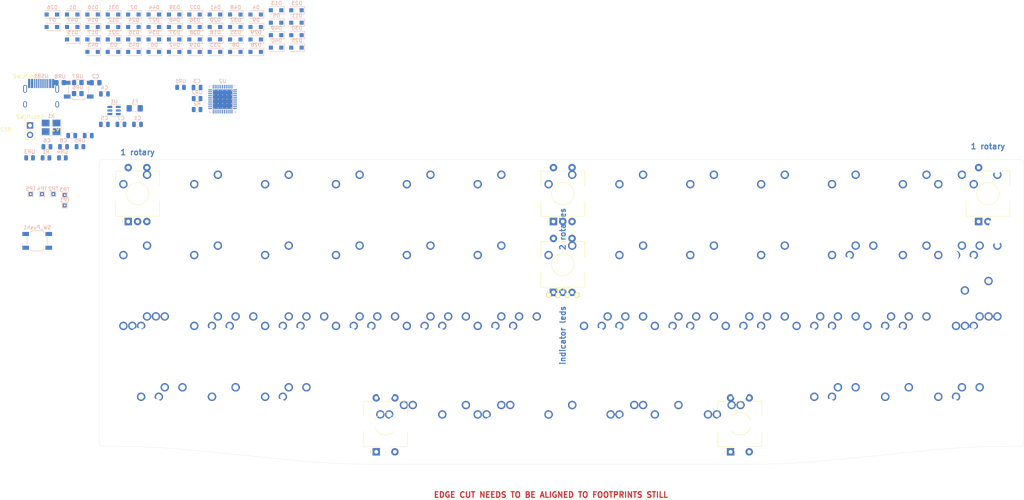
<source format=kicad_pcb>
(kicad_pcb (version 20211014) (generator pcbnew)
  (layers (0 "F.Cu" signal) (31 "B.Cu" signal) (34 "B.Paste" user) (35 "F.Paste" user) (36 "B.SilkS" user "B.Silkscreen") (37 "F.SilkS" user "F.Silkscreen") (38 "B.Mask" user) (39 "F.Mask" user) (44 "Edge.Cuts" user))
  (net 0 "")
  (net 1 "GND")
  (net 2 "Net-(C1-Pad2)")
  (net 3 "+5V")
  (net 4 "Net-(C2-Pad2)")
  (net 5 "Net-(C3-Pad1)")
  (net 6 "XTAL1")
  (net 7 "XTAL2")
  (net 8 "ROW0")
  (net 9 "R_row1")
  (net 10 "ROW1")
  (net 11 "Net-(D2-Pad2)")
  (net 12 "ROW2")
  (net 13 "Net-(D3-Pad2)")
  (net 14 "ROW3")
  (net 15 "Net-(D4-Pad2)")
  (net 16 "Net-(D5-Pad2)")
  (net 17 "Net-(D6-Pad2)")
  (net 18 "Net-(D7-Pad2)")
  (net 19 "Net-(D8-Pad2)")
  (net 20 "Net-(D9-Pad2)")
  (net 21 "Net-(D10-Pad2)")
  (net 22 "Net-(D11-Pad2)")
  (net 23 "Net-(D12-Pad2)")
  (net 24 "Net-(D13-Pad2)")
  (net 25 "Net-(D14-Pad2)")
  (net 26 "Net-(D15-Pad2)")
  (net 27 "Net-(D16-Pad2)")
  (net 28 "Net-(D17-Pad2)")
  (net 29 "Net-(D18-Pad2)")
  (net 30 "R_row5")
  (net 31 "Net-(D20-Pad2)")
  (net 32 "Net-(D21-Pad2)")
  (net 33 "Net-(D22-Pad2)")
  (net 34 "Net-(D23-Pad2)")
  (net 35 "Net-(D24-Pad2)")
  (net 36 "R_row3")
  (net 37 "R_row4")
  (net 38 "Net-(D27-Pad2)")
  (net 39 "Net-(D28-Pad2)")
  (net 40 "Net-(D29-Pad2)")
  (net 41 "Net-(D30-Pad2)")
  (net 42 "Net-(D31-Pad2)")
  (net 43 "Net-(D32-Pad2)")
  (net 44 "Net-(D33-Pad2)")
  (net 45 "R_row6")
  (net 46 "Net-(D35-Pad2)")
  (net 47 "Net-(D36-Pad2)")
  (net 48 "Net-(D37-Pad2)")
  (net 49 "Net-(D38-Pad2)")
  (net 50 "Net-(D39-Pad2)")
  (net 51 "Net-(D40-Pad2)")
  (net 52 "Net-(D41-Pad2)")
  (net 53 "Net-(D42-Pad2)")
  (net 54 "Net-(D43-Pad2)")
  (net 55 "Net-(D44-Pad2)")
  (net 56 "Net-(D45-Pad2)")
  (net 57 "R_row2")
  (net 58 "Net-(D47-Pad2)")
  (net 59 "Net-(D48-Pad2)")
  (net 60 "Net-(D49-Pad2)")
  (net 61 "VCC")
  (net 62 "SDA")
  (net 63 "SCL")
  (net 64 "RST")
  (net 65 "Net-(R2-Pad2)")
  (net 66 "COL0")
  (net 67 "COL1")
  (net 68 "COL2")
  (net 69 "COL3")
  (net 70 "COL4")
  (net 71 "COL5")
  (net 72 "R_col3")
  (net 73 "COL6")
  (net 74 "COL7")
  (net 75 "COL8")
  (net 76 "COL9")
  (net 77 "COL11")
  (net 78 "COL12")
  (net 79 "R_col4")
  (net 85 "PD5")
  (net 86 "PD2")
  (net 87 "D-")
  (net 90 "D+")
  (net 92 "Net-(U2-Pad3)")
  (net 93 "Net-(U2-Pad4)")
  (net 119 "Net-(UR4-Pad1)")
  (net 120 "Net-(UR5-Pad1)")
  (footprint "MX_Only:MXOnly-1U-NoLED" (layer "F.Cu") (at 90.4875 96.8375)
    (fp_text reference "SW30(ortho)1")
    (fp_text value "SW_Push_45deg")
  )
  (footprint "MX_Only:MXOnly-1U-NoLED" (layer "F.Cu") (at 242.8875 58.7375)
    (fp_text reference "SW12")
    (fp_text value "SW_Push_45deg")
  )
  (footprint "MX_Only:MXOnly-1.5U-NoLED" (layer "F.Cu") (at 257.175 77.7875)
    (fp_text reference "SW25(1.5)1")
    (fp_text value "SW_Push_45deg")
  )
  (footprint "MX_Only:MXOnly-1U-NoLED" (layer "F.Cu") (at 109.5375 96.8375)
    (fp_text reference "SW31(ortho)1")
    (fp_text value "SW_Push_45deg")
  )
  (footprint "MX_Only:MXOnly-1.75U-NoLED" (layer "F.Cu") (at 130.982566 120.635521)
    (fp_text reference "SW43(1.75)1")
    (fp_text value "SW_Push_45deg")
  )
  (footprint "MX_Only:MXOnly-1U-NoLED" (layer "F.Cu") (at 238.125 115.8875)
    (fp_text reference "SW48")
    (fp_text value "SW_Push_45deg")
  )
  (footprint "MX_Only:MXOnly-1U-NoLED" (layer "F.Cu") (at 157.1625 96.8375)
    (fp_text reference "SW33(1.5stagger)1")
    (fp_text value "SW_Push_45deg")
  )
  (footprint "Keebio-Parts:RotaryEncoder_EC11-no-legs" (layer "F.Cu") (at 147.6375 58.7375 90)
    (fp_text reference "SW_rotary3")
    (fp_text value "RotaryEncoder_Switch")
  )
  (footprint "MX_Only:MXOnly-3U-ReversedStabilizers-NoLED" (layer "F.Cu") (at 119.0625 120.65)
    (fp_text reference "SW42(3)1")
    (fp_text value "SW_Push_45deg")
  )
  (footprint "MX_Only:MXOnly-1U-NoLED" (layer "F.Cu") (at 128.5875 96.8375)
    (fp_text reference "SW32(ortho)1")
    (fp_text value "SW_Push_45deg")
  )
  (footprint "MX_Only:MXOnly-1U-NoLED" (layer "F.Cu") (at 176.2125 96.8375)
    (fp_text reference "SW34(1.5stagger)1")
    (fp_text value "SW_Push_45deg")
  )
  (footprint "MX_Only:MXOnly-1U-NoLED" (layer "F.Cu") (at 166.6875 77.7875)
    (fp_text reference "SW21")
    (fp_text value "SW_Push_45deg")
  )
  (footprint "MX_Only:MXOnly-1U-NoLED" (layer "F.Cu") (at 57.15 96.8375)
    (fp_text reference "SW28")
    (fp_text value "SW_Push_45deg")
  )
  (footprint "MX_Only:MXOnly-1U-NoLED" (layer "F.Cu") (at 166.6875 58.7375)
    (fp_text reference "SW8")
    (fp_text value "SW_Push_45deg")
  )
  (footprint "MX_Only:MXOnly-1U-NoLED" (layer "F.Cu") (at 61.9125 96.8375)
    (fp_text reference "SW28(1.5stagger)1")
    (fp_text value "SW_Push_45deg")
  )
  (footprint "MX_Only:MXOnly-1.5U-NoLED" (layer "F.Cu") (at 190.5 120.65)
    (fp_text reference "SW46(1.5)1")
    (fp_text value "SW_Push_45deg")
  )
  (footprint "MX_Only:MXOnly-1U-NoLED" (layer "F.Cu") (at 204.7875 77.7875)
    (fp_text reference "SW23")
    (fp_text value "SW_Push_45deg")
  )
  (footprint "MX_Only:MXOnly-1U-NoLED" (layer "F.Cu") (at 219.075 96.8375)
    (fp_text reference "SW36")
    (fp_text value "SW_Push_45deg")
  )
  (footprint "MX_Only:MXOnly-2U-NoLED" (layer "F.Cu") (at 252.4125 58.7375)
    (fp_text reference "SW12(2)1")
    (fp_text value "SW_Push_45deg")
  )
  (footprint "MX_Only:MXOnly-1U-NoLED" (layer "F.Cu") (at 52.3875 77.7875)
    (fp_text reference "SW15")
    (fp_text value "SW_Push_45deg")
  )
  (footprint "kbd:OLED_v2" (layer "F.Cu") (at 147.6375 85.9925)
    (fp_text reference "OL1")
    (fp_text value "OLED" hide)
  )
  (footprint "MX_Only:MXOnly-1.5U-NoLED" (layer "F.Cu") (at 42.8625 115.8875)
    (fp_text reference "SW39(1.5)1")
    (fp_text value "SW_Push_45deg")
  )
  (footprint "MX_Only:MXOnly-1U-NoLED" (layer "F.Cu") (at 128.5875 58.7375)
    (fp_text reference "SW6")
    (fp_text value "SW_Push_45deg")
  )
  (footprint "MX_Only:MXOnly-1.5U-NoLED" (layer "F.Cu") (at 252.4125 115.8875)
    (fp_text reference "SW49(1.5)1")
    (fp_text value "SW_Push_45deg")
  )
  (footprint "MX_Only:MXOnly-1U-NoLED" (layer "F.Cu") (at 114.3 96.8375)
    (fp_text reference "SW31")
    (fp_text value "SW_Push_45deg")
  )
  (footprint "MX_Only:MXOnly-1U-NoLED" (layer "F.Cu") (at 233.3625 96.8375)
    (fp_text reference "SW37(1.5stagger)1")
    (fp_text value "SW_Push_45deg")
  )
  (footprint "MX_Only:MXOnly-1.25U-NoLED" (layer "F.Cu") (at 259.588 96.8375)
    (fp_text reference "SW38(1.25)1")
    (fp_text value "SW_Push_45deg")
  )
  (footprint "MX_Only:MXOnly-1U-NoLED" (layer "F.Cu") (at 219.075 115.8875)
    (fp_text reference "SW47")
    (fp_text value "SW_Push_45deg")
  )
  (footprint "MX_Only:MXOnly-1U-NoLED" (layer "F.Cu") (at 33.3375 58.7375)
    (fp_text reference "SW1")
    (fp_text value "SW_Push_45deg")
  )
  (footprint "MX_Only:MXOnly-ISO-NoLED" (layer "F.Cu") (at 259.55625 87.3125)
    (fp_text reference "SW26(ISO)1")
    (fp_text value "SW_Push_45deg")
  )
  (footprint "MX_Only:MXOnly-1U-NoLED" (layer "F.Cu") (at 242.8875 96.8375)
    (fp_text reference "SW37(ortho)1")
    (fp_text value "SW_Push_45deg")
  )
  (footprint "MX_Only:MXOnly-1.5U-NoLED" (layer "F.Cu") (at 71.4375 115.8875)
    (fp_text reference "SW41(1.5)1")
    (fp_text value "SW_Push_45deg")
  )
  (footprint "MX_Only:MXOnly-1U-NoLED" (layer "F.Cu") (at 33.3375 96.8375)
    (fp_text reference "SW27(ortho)1")
    (fp_text value "SW_Push_45deg")
  )
  (footprint "MX_Only:MXOnly-1.5U-NoLED" (layer "F.Cu") (at 257.175 96.8375)
    (fp_text reference "SW38(1.5)1")
    (fp_text value "SW_Push_45deg")
  )
  (footprint "Keebio-Parts:RotaryEncoder_EC11-no-legs" (layer "F.Cu") (at 261.9375 58.7375 90)
    (fp_text reference "SW_rotary2")
    (fp_text value "RotaryEncoder_Switch")
  )
  (footprint "Keebio-Parts:RotaryEncoder_EC11-no-legs" (layer "F.Cu") (at 195.2625 120.65 90)
    (fp_text reference "SW_rotary6")
    (fp_text value "RotaryEncoder_Switch")
  )
  (footprint "MX_Only:MXOnly-1U-NoLED" (layer "F.Cu") (at 185.7375 58.7375)
    (fp_text reference "SW9")
    (fp_text value "SW_Push_45deg")
  )
  (footprint "MX_Only:MXOnly-1U-NoLED" (layer "F.Cu") (at 161.925 96.8375)
    (fp_text reference "SW33")
    (fp_text value "SW_Push_45deg")
  )
  (footprint "MX_Only:MXOnly-2U-ReversedStabilizers-NoLED" (layer "F.Cu") (at 128.5875 120.65)
    (fp_text reference "SW43(2)1")
    (fp_text value "SW_Push_45deg")
  )
  (footprint "MX_Only:MXOnly-1U-NoLED" (layer "F.Cu") (at 166.6875 96.8375)
    (fp_text reference "SW33(ortho)1")
    (fp_text value "SW_Push_45deg")
  )
  (footprint "MX_Only:MXOnly-1U-NoLED" (layer "F.Cu") (at 204.7875 58.7375)
    (fp_text reference "SW10")
    (fp_text value "SW_Push_45deg")
  )
  (footprint "MX_Only:MXOnly-1U-NoLED" (layer "F.Cu") (at 109.5375 77.7875)
    (fp_text reference "SW18")
    (fp_text value "SW_Push_45deg")
  )
  (footprint "MX_Only:MXOnly-1U-NoLED" (layer "F.Cu") (at 185.7375 96.8375)
    (fp_text reference "SW34(ortho)1")
    (fp_text value "SW_Push_45deg")
  )
  (footprint "MX_Only:MXOnly-1U-NoLED" (layer "F.Cu") (at 223.8375 96.8375)
    (fp_text reference "SW36(ortho)1")
    (fp_text value "SW_Push_45deg")
  )
  (footprint "Keebio-Parts:RotaryEncoder_EC11-no-legs" (layer "F.Cu") (at 100.0125 120.65 90)
    (fp_text reference "SW_rotary5")
    (fp_text value "RotaryEncoder_Switch")
  )
  (footprint "MX_Only:MXOnly-1U-NoLED" (layer "F.Cu") (at 52.3875 58.7375)
    (fp_text reference "SW2")
    (fp_text value "SW_Push_45deg")
  )
  (footprint "MX_Only:MXOnly-1U-NoLED" (layer "F.Cu") (at 261.9375 96.8375)
    (fp_text reference "SW38(ortho)1")
    (fp_text value "SW_Push_45deg")
  )
  (footprint "MX_Only:MXOnly-1U-NoLED" (layer "F.Cu") (at 180.975 96.8375)
    (fp_text reference "SW34")
    (fp_text value "SW_Push_45deg")
  )
  (footprint "MX_Only:MXOnly-1U-NoLED" (layer "F.Cu") (at 90.4875 58.7375)
    (fp_text reference "SW4")
    (fp_text value "SW_Push_45deg")
  )
  (footprint "MX_Only:MXOnly-1U-NoLED" (layer "F.Cu") (at 261.9375 58.7375)
    (fp_text reference "SW13")
    (fp_text value "SW_Push_45deg")
  )
  (footprint "MX_Only:MXOnly-1U-NoLED" (layer "F.Cu") (at 204.7875 96.8375)
    (fp_text reference "SW35(ortho)1")
    (fp_text value "SW_Push_45deg")
  )
  (footprint "MX_Only:MXOnly-1U-NoLED" (layer "F.Cu") (at 133.35 96.8375)
    (fp_text reference "SW32")
    (fp_text value "SW_Push_45deg")
  )
  (footprint "MX_Only:MXOnly-1U-NoLED" (layer "F.Cu") (at 71.4375 96.8375)
    (fp_text reference "SW29(ortho)1")
    (fp_text value "SW_Push_45deg")
  )
  (footprint "MX_Only:MXOnly-1U-NoLED" (layer "F.Cu") (at 100.0125 96.8375)
    (fp_text reference "SW30(1.5stagger)1")
    (fp_text value "SW_Push_45deg")
  )
  (footprint "MX_Only:MXOnly-1U-NoLED" (layer "F.Cu") (at 80.9625 96.8375)
    (fp_text reference "SW29(1.5stagger)1")
    (fp_text value "SW_Push_45deg")
  )
  (footprint "MX_Only:MXOnly-2U-ReversedStabilizers-NoLED" (layer "F.Cu") (at 166.6875 120.65)
    (fp_text reference "SW45(2)1")
    (fp_text value "SW_Push_45deg")
  )
  (footprint "MX_Only:MXOnly-1.25U-NoLED" (layer "F.Cu") (at 192.895066 120.635521)
    (fp_text reference "SW46(1.25)1")
    (fp_text value "SW_Push_45deg")
  )
  (footprint "MX_Only:MXOnly-1U-NoLED" (layer "F.Cu") (at 71.4375 77.7875)
    (fp_text reference "SW16")
    (fp_text value "SW_Push_45deg")
  )
  (footprint "MX_Only:MXOnly-1U-NoLED" (layer "F.Cu") (at 242.8875 77.7875)
    (fp_text reference "SW25")
    (fp_text value "SW_Push_45deg")
  )
  (footprint "MX_Only:MXOnly-3U-ReversedStabilizers-NoLED" (layer "F.Cu") (at 176.2125 120.65)
    (fp_text reference "SW46(3)1")
    (fp_text value "SW_Push_45deg")
  )
  (footprint "MX_Only:MXOnly-1U-NoLED" (layer "F.Cu") (at 38.1 115.8875)
    (fp_text reference "SW39")
    (fp_text value "SW_Push_45deg")
  )
  (footprint "MX_Only:MXOnly-1U-NoLED" (layer "F.Cu") (at 128.5875 77.7875)
    (fp_text reference "SW19")
    (fp_text value "SW_Push_45deg")
  )
  (footprint "MX_Only:MXOnly-6U-Centered-ReversedStabilizers-NoLED" (layer "F.Cu") (at 147.6375 120.65)
    (fp_text reference "SW44(6)1")
    (fp_text value "SW_Push_45deg")
  )
  (footprint "MX_Only:MXOnly-1U-NoLED" (layer "F.Cu") (at 200.025 96.8375)
    (fp_text reference "SW35")
    (fp_text value "SW_Push_45deg")
  )
  (footprint "MX_Only:MXOnly-1U-NoLED" (layer "F.Cu") (at 238.125 96.8375)
    (fp_text reference "SW37")
    (fp_text value "SW_Push_45deg")
  )
  (footprint "MX_Only:MXOnly-1U-NoLED" (layer "F.Cu") (at 147.6375 77.7875)
    (fp_text reference "SW20")
    (fp_text value "SW_Push_45deg")
  )
  (footprint "MX_Only:MXOnly-1U-NoLED" (layer "F.Cu") (at 223.8375 58.7375)
    (fp_text reference "SW11")
    (fp_text value "SW_Push_45deg")
  )
  (footprint "MX_Only:MXOnly-1.5U-NoLED" (layer "F.Cu") (at 228.6 77.7875)
    (fp_text reference "SW24(1.5)1")
    (fp_text value "SW_Push_45deg")
  )
  (footprint "MX_Only:MXOnly-1U-NoLED" (layer "F.Cu") (at 147.6375 58.7375)
    (fp_text reference "SW7")
    (fp_text value "SW_Push_45deg")
  )
  (footprint "MX_Only:MXOnly-1U-NoLED" (layer "F.Cu") (at 57.15 115.8875)
    (fp_text reference "SW40")
    (fp_text value "SW_Push_45deg")
  )
  (footprint "MX_Only:MXOnly-2U-NoLED" (layer "F.Cu") (at 252.4125 77.7875)
    (fp_text reference "SW26(2)1")
    (fp_text value "SW_Push_45deg")
  )
  (footprint "MX_Only:MXOnly-3U-ReversedStabilizers-NoLED" (layer "F.Cu") (at 238.125 115.8875)
    (fp_text reference "SW48(3)1")
    (fp_text value "SW_Push_45deg")
  )
  (footprint "Keebio-Parts:RotaryEncoder_EC11-no-legs" (layer "F.Cu") (at 33.3375 58.7375 90)
    (fp_text reference "SW_rotary1")
    (fp_text value "RotaryEncoder_Switch")
  )
  (footprint "Keebio-Parts:RotaryEncoder_EC11-no-legs" (layer "F.Cu") (at 147.6375 77.7875 90)
    (fp_text reference "SW_rotary4")
    (fp_text value "RotaryEncoder_Switch")
  )
  (footprint "MX_Only:MXOnly-1U-NoLED" (layer "F.Cu") (at 214.3125 96.8375)
    (fp_text reference "SW36(1.5stagger)1")
    (fp_text value "SW_Push_45deg")
  )
  (footprint "MX_Only:MXOnly-1U-NoLED" (layer "F.Cu") (at 109.5375 58.7375)
    (fp_text reference "SW5")
    (fp_text value "SW_Push_45deg")
  )
  (footprint "MX_Only:MXOnly-3U-ReversedStabilizers-NoLED" (layer "F.Cu") (at 147.6375 120.65)
    (fp_text reference "SW44(3)1")
    (fp_text value "SW_Push_45deg")
  )
  (footprint "MX_Only:MXOnly-1U-NoLED" (layer "F.Cu") (at 185.7375 77.7875)
    (fp_text reference "SW22")
    (fp_text value "SW_Push_45deg")
  )
  (footprint "MX_Only:MXOnly-1.5U-NoLED" (layer "F.Cu") (at 38.1 96.8375)
    (fp_text reference "SW27(1.5)1")
    (fp_text value "SW_Push_45deg")
  )
  (footprint "MX_Only:MXOnly-1.25U-NoLED" (layer "F.Cu") (at 102.407566 120.635521)
    (fp_text reference "SW42(1.25)1")
    (fp_text value "SW_Push_45deg")
  )
  (footprint "MX_Only:MXOnly-1.5U-NoLED" (layer "F.Cu") (at 104.775 120.65)
    (fp_text reference "SW42(1.5)1")
    (fp_text value "SW_Push_45deg")
  )
  (footprint "MX_Only:MXOnly-1.25U-NoLED" (layer "F.Cu") (at 35.736621 96.820487)
    (fp_text reference "SW27(1.25)1")
    (fp_text value "SW_Push_45deg")
  )
  (footprint "MX_Only:MXOnly-1U-NoLED" (layer "F.Cu") (at 257.175 115.8875)
    (fp_text reference "SW49")
    (fp_text value "SW_Push_45deg")
  )
  (footprint "MX_Only:MXOnly-1U-NoLED" (layer "F.Cu") (at 261.9375 77.7875)
    (fp_text reference "SW26")
    (fp_text value "SW_Push_45deg")
  )
  (footprint "MX_Only:MXOnly-1U-NoLED" (layer "F.Cu") (at 52.3875 96.8375)
    (fp_text reference "SW28(ortho)1")
    (fp_text value "SW_Push_45deg")
  )
  (footprint "MX_Only:MXOnly-1U-NoLED" (layer "F.Cu") (at 223.8375 77.7875)
    (fp_text reference "SW24")
    (fp_text value "SW_Push_45deg")
  )
  (footprint "MX_Only:MXOnly-1U-NoLED" (layer "F.Cu") (at 90.4875 77.7875)
    (fp_text reference "SW17")
    (fp_text value "SW_Push_45deg")
  )
  (footprint "MX_Only:MXOnly-3U-ReversedStabilizers-NoLED" (layer "F.Cu") (at 57.15 115.8875)
    (fp_text reference "SW40(3)1")
    (fp_text value "SW_Push_45deg")
  )
  (footprint "MX_Only:MXOnly-1U-NoLED" (layer "F.Cu") (at 71.4375 58.7375)
    (fp_text reference "SW3")
    (fp_text value "SW_Push_45deg")
  )
  (footprint "MX_Only:MXOnly-1.75U-NoLED" (layer "F.Cu") (at 164.320066 120.635521)
    (fp_text reference "SW45(1.75)1")
    (fp_text value "SW_Push_45deg")
  )
  (footprint "Connector_PinHeader_2.54mm:PinHeader_1x02_P2.54mm_Vertical" (layer "F.Cu") (at 4.4225 40.4075)
    (fp_text reference "SW_Push2")
    (fp_text value "SW_PUSH")
  )
  (footprint "MX_Only:MXOnly-1U-NoLED" (layer "F.Cu") (at 33.3375 77.7875)
    (fp_text reference "SW14")
    (fp_text value "SW_Push_45deg")
  )
  (footprint "MX_Only:MXOnly-1U-NoLED" (layer "F.Cu") (at 76.2 115.8875)
    (fp_text reference "SW41")
    (fp_text value "SW_Push_45deg")
  )
  (footprint "MX_Only:MXOnly-1.5U-NoLED" (layer "F.Cu") (at 223.8375 115.8875)
    (fp_text reference "SW47(1.5)1")
    (fp_text value "SW_Push_45deg")
  )
  (footprint "MX_Only:MXOnly-1U-NoLED" (layer "F.Cu") (at 195.2625 96.8375)
    (fp_text reference "SW35(1.5stagger)1")
    (fp_text value "SW_Push_45deg")
  )
  (footprint "MX_Only:MXOnly-1U-NoLED" (layer "F.Cu") (at 95.25 96.8375)
    (fp_text reference "SW30")
    (fp_text value "SW_Push_45deg")
  )
  (footprint "MX_Only:MXOnly-1U-NoLED" (layer "F.Cu") (at 138.1125 96.8375)
    (fp_text reference "SW32(1.5stagger)1")
    (fp_text value "SW_Push_45deg")
  )
  (footprint "MX_Only:MXOnly-1U-NoLED" (layer "F.Cu") (at 119.0625 96.8375)
    (fp_text reference "SW31(1.5stagger)1")
    (fp_text value "SW_Push_45deg")
  )
  (footprint "MX_Only:MXOnly-1U-NoLED" (layer "F.Cu") (at 76.2 96.8375)
    (fp_text reference "SW29")
    (fp_text value "SW_Push_45deg")
  )
  (footprint "Diode_SMD:D_SOD-123F" (layer "B.Cu") (at 59.6075 13.9375 180)
    (fp_text reference "D32")
    (fp_text value "D_Small")
  )
  (footprint "Crystal:Crystal_SMD_3225-4Pin_3.2x2.5mm_HandSoldering" (layer "B.Cu") (at 10.0725 40.9075 180)
    (fp_text reference "X1")
    (fp_text value "Crystal_GND24_Small")
  )
  (footprint "Diode_SMD:D_SOD-123F" (layer "B.Cu") (at 32.2075 10.5875 180)
    (fp_text reference "D2")
    (fp_text value "D_Small")
  )
  (footprint "Package_TO_SOT_SMD:SOT-23-6" (layer "B.Cu") (at 27.015834 36.3875 180)
    (fp_text reference "U1")
    (fp_text value "SRV05-4")
  )
  (footprint "Capacitor_SMD:C_0805_2012Metric" (layer "B.Cu") (at 33.315834 40.1175 180)
    (fp_text reference "C1")
    (fp_text value "4.7uF")
  )
  (footprint "Diode_SMD:D_SOD-123F" (layer "B.Cu") (at 76.0475 12.7875 180)
    (fp_text reference "D11")
    (fp_text value "D_Small")
  )
  (footprint "Diode_SMD:D_SOD-123F" (layer "B.Cu") (at 65.0875 13.9375 180)
    (fp_text reference "D9")
    (fp_text value "D_Small")
  )
  (footprint "Diode_SMD:D_SOD-123F" (layer "B.Cu") (at 10.2875 13.9375 180)
    (fp_text reference "D7")
    (fp_text value "D_Small")
  )
  (footprint "Resistor_SMD:R_0805_2012Metric_Pad1.20x1.40mm_HandSolder" (layer "B.Cu") (at 17.255834 31.8375 180)
    (fp_text reference "UR6")
    (fp_text value "100k")
  )
  (footprint "Resistor_SMD:R_0805_2012Metric_Pad1.20x1.40mm_HandSolder" (layer "B.Cu") (at 12.505834 28.8875 180)
    (fp_text reference "UR8")
    (fp_text value "4.7k")
  )
  (footprint "Resistor_SMD:R_0805_2012Metric" (layer "B.Cu") (at 44.890118 30.1675 180)
    (fp_text reference "UR1")
    (fp_text value "22")
  )
  (footprint "Resistor_SMD:R_0805_2012Metric" (layer "B.Cu") (at 49.340118 36.1275 180)
    (fp_text reference "R2")
    (fp_text value "10k")
  )
  (footprint "Capacitor_SMD:C_0805_2012Metric" (layer "B.Cu") (at 49.320118 30.1975 180)
    (fp_text reference "C3")
    (fp_text value "1uf")
  )
  (footprint "Diode_SMD:D_SOD-123F" (layer "B.Cu") (at 32.2075 13.9375 180)
    (fp_text reference "D24")
    (fp_text value "D_Small")
  )
  (footprint "Diode_SMD:D_SOD-123F" (layer "B.Cu") (at 43.1675 20.6375 180)
    (fp_text reference "D42")
    (fp_text value "D_Small")
  )
  (footprint "Diode_SMD:D_SOD-123F" (layer "B.Cu") (at 37.6875 10.5875 180)
    (fp_text reference "D44")
    (fp_text value "D_Small")
  )
  (footprint "Resistor_SMD:R_0805_2012Metric" (layer "B.Cu") (at 49.340118 33.1775 180)
    (fp_text reference "UR2")
    (fp_text value "22")
  )
  (footprint "Diode_SMD:D_SOD-123F" (layer "B.Cu") (at 70.5675 12.7875 180)
    (fp_text reference "D5")
    (fp_text value "D_Small")
  )
  (footprint "Diode_SMD:D_SOD-123F" (layer "B.Cu") (at 76.0475 9.4375 180)
    (fp_text reference "D23")
    (fp_text value "D_Small")
  )
  (footprint "Diode_SMD:D_SOD-123F" (layer "B.Cu") (at 70.5675 16.1375 180)
    (fp_text reference "D49")
    (fp_text value "D_Small")
  )
  (footprint "Diode_SMD:D_SOD-123F" (layer "B.Cu") (at 76.0475 19.4875 180)
    (fp_text reference "D25")
    (fp_text value "D_Small")
  )
  (footprint "Capacitor_SMD:C_0805_2012Metric" (layer "B.Cu") (at 28.865834 40.1175 180)
    (fp_text reference "C7")
    (fp_text value "0.1uf")
  )
  (footprint "Diode_SMD:D_SOD-123F" (layer "B.Cu") (at 70.5675 9.4375 180)
    (fp_text reference "D13")
    (fp_text value "D_Small")
  )
  (footprint "Diode_SMD:D_SOD-123F" (layer "B.Cu") (at 43.1675 10.5875 180)
    (fp_text reference "D39")
    (fp_text value "D_Small")
  )
  (footprint "Diode_SMD:D_SOD-123F" (layer "B.Cu") (at 48.6475 20.6375 180)
    (fp_text reference "D19")
    (fp_text value "D_Small")
  )
  (footprint "Resistor_SMD:R_0805_2012Metric" (layer "B.Cu") (at 17.8525 46.1075 180)
    (fp_text reference "UR5")
    (fp_text value "5.1k")
  )
  (footprint "Diode_SMD:D_SOD-123F" (layer "B.Cu") (at 43.1675 13.9375 180)
    (fp_text reference "D46")
    (fp_text value "D_Small")
  )
  (footprint "Diode_SMD:D_SOD-123F" (layer "B.Cu") (at 26.7275 17.2875 180)
    (fp_text reference "D21")
    (fp_text value "D_Small")
  )
  (footprint "Capacitor_SMD:C_0805_2012Metric" (layer "B.Cu") (at 24.415834 40.1175 180)
    (fp_text reference "C5")
    (fp_text value "0.1uf")
  )
  (footprint "Diode_SMD:D_SOD-123F" (layer "B.Cu") (at 59.6075 10.5875 180)
    (fp_text reference "D48")
    (fp_text value "D_Small")
  )
  (footprint "Diode_SMD:D_SOD-123F" (layer "B.Cu") (at 70.5675 19.4875 180)
    (fp_text reference "D40")
    (fp_text value "D_Small")
  )
  (footprint "Diode_SMD:D_SOD-123F" (layer "B.Cu") (at 59.6075 17.2875 180)
    (fp_text reference "D35")
    (fp_text value "D_Small")
  )
  (footprint "Diode_SMD:D_SOD-123F" (layer "B.Cu") (at 10.2875 10.5875 180)
    (fp_text reference "D26")
    (fp_text value "D_Small")
  )
  (footprint "Diode_SMD:D_SOD-123F" (layer "B.Cu") (at 48.6475 10.5875 180)
    (fp_text reference "D22")
    (fp_text value "D_Small")
  )
  (footprint "Resistor_SMD:R_0805_2012Metric" (layer "B.Cu") (at 8.7125 49.1175 180)
    (fp_text reference "R1")
    (fp_text value "10k")
  )
  (footprint "Diode_SMD:D_SOD-123F" (layer "B.Cu") (at 21.2475 13.9375 180)
    (fp_text reference "D14")
    (fp_text value "D_Small")
  )
  (footprint "TestPoint:TestPoint_THTPad_1.0x1.0mm_Drill0.5mm" (layer "B.Cu") (at 13.745832 59.1325 180)
    (fp_text reference "TP3")
    (fp_text value "TPCLK")
  )
  (footprint "Diode_SMD:D_SOD-123F" (layer "B.Cu") (at 48.6475 13.9375 180)
    (fp_text reference "D36")
    (fp_text value "D_Small")
  )
  (footprint "Button_Switch_SMD:SW_SPST_SKQG_WithoutStem" (layer "B.Cu") (at 17.5125 30.7875 180)
    (fp_text reference "SW_Push3")
    (fp_text value "SW_PUSH")
  )
  (footprint "Resistor_SMD:R_0805_2012Metric" (layer "B.Cu") (at 13.1225 49.1175 180)
    (fp_text reference "UR4")
    (fp_text value "5.1k")
  )
  (footprint "Diode_SMD:D_SOD-123F" (layer "B.Cu") (at 37.6875 20.6375 180)
    (fp_text reference "D6")
    (fp_text value "D_Small")
  )
  (footprint "Diode_SMD:D_SOD-123F" (layer "B.Cu") (at 43.1675 17.2875 180)
    (fp_text reference "D37")
    (fp_text value "D_Small")
  )
  (footprint "Diode_SMD:D_SOD-123F" (layer "B.Cu") (at 48.6475 17.2875 180)
    (fp_text reference "D38")
    (fp_text value "D_Small")
  )
  (footprint "Diode_SMD:D_SOD-123F" (layer "B.Cu") (at 26.7275 10.5875 180)
    (fp_text reference "D31")
    (fp_text value "D_Small")
  )
  (footprint "Diode_SMD:D_SOD-123F" (layer "B.Cu") (at 15.7675 13.9375 180)
    (fp_text reference "D47")
    (fp_text value "D_Small")
  )
  (footprint "Diode_SMD:D_SOD-123F" (layer "B.Cu") (at 54.1275 13.9375 180)
    (fp_text reference "D20")
    (fp_text value "D_Small")
  )
  (footprint "Capacitor_SMD:C_0805_2012Metric" (layer "B.Cu") (at 20.0725 43.1275 180)
    (fp_text reference "C9")
    (fp_text value "22p")
  )
  (footprint "Diode_SMD:D_SOD-123F" (layer "B.Cu") (at 21.2475 17.2875 180)
    (fp_text reference "D17")
    (fp_text value "D_Small")
  )
  (footprint "Package_DFN_QFN:QFN-44-1EP_7x7mm_P0.5mm_EP5.2x5.2mm_ThermalVias" (layer "B.Cu") (at 56.190118 33.3375 180)
    (fp_text reference "U2")
    (fp_text value "ATmega32U4-M")
  )
  (footprint "Resistor_SMD:R_0805_2012Metric_Pad1.20x1.40mm_HandSolder" (layer "B.Cu") (at 17.255834 28.8875 180)
    (fp_text reference "UR7")
    (fp_text value "4.7k")
  )
  (footprint "Capacitor_SMD:C_0805_2012Metric" (layer "B.Cu") (at 13.4225 46.1375 180)
    (fp_text reference "C8")
    (fp_text value "0.1uf")
  )
  (footprint "Diode_SMD:D_SOD-123F" (layer "B.Cu") (at 65.0875 17.2875 180)
    (fp_text reference "D29")
    (fp_text value "D_Small")
  )
  (footprint "Button_Switch_SMD:SW_SPST_SKQG_WithoutStem" (layer "B.Cu") (at 6.35 71.4375 180)
    (fp_text reference "SW_Push1")
    (fp_text value "SW_PUSH")
  )
  (footprint "Diode_SMD:D_SOD-123F" (layer "B.Cu") (at 59.6075 20.6375 180)
    (fp_text reference "D8")
    (fp_text value "D_Small")
  )
  (footprint "Capacitor_SMD:C_0805_2012Metric_Pad1.18x1.45mm_HandSolder" (layer "B.Cu") (at 22.035834 28.9175 180)
    (fp_text reference "C2")
    (fp_text value "2.2uF")
  )
  (footprint "Resistor_SMD:R_0805_2012Metric" (layer "B.Cu") (at 4.3025 49.1175 180)
    (fp_text reference "UR3")
    (fp_text value "1M")
  )
  (footprint "Capacitor_SMD:C_0805_2012Metric" (layer "B.Cu") (at 15.6225 43.1275 180)
    (fp_text reference "C10")
    (fp_text value "22p")
  )
  (footprint "Diode_SMD:D_SOD-123F" (layer "B.Cu") (at 54.1275 10.5875 180)
    (fp_text reference "D41")
    (fp_text value "D_Small")
  )
  (footprint "Diode_SMD:D_SOD-123F" (layer "B.Cu") (at 26.7275 20.6375 180)
    (fp_text reference "D3")
    (fp_text value "D_Small")
  )
  (footprint "Capacitor_SMD:C_0805_2012Metric" (layer "B.Cu") (at 8.9725 46.1375 180)
    (fp_text reference "C6")
    (fp_text value "0.1uf")
  )
  (footprint "Fuse:Fuse_1206_3216Metric_Pad1.42x1.75mm_HandSolder" (layer "B.Cu") (at 32.565834 35.8075 180)
    (fp_text reference "F1")
    (fp_text value "Polyfuse_Small")
  )
  (footprint "Diode_SMD:D_SOD-123F" (layer "B.Cu") (at 65.0875 10.5875 180)
    (fp_text reference "D4")
    (fp_text value "D_Small")
  )
  (footprint "TestPoint:TestPoint_THTPad_1.0x1.0mm_Drill0.5mm" (layer "B.Cu") (at 4.595832 58.8625 180)
    (fp_text reference "TP5")
    (fp_text value "TPRST")
  )
  (footprint "TestPoint:TestPoint_THTPad_1.0x1.0mm_Drill0.5mm" (layer "B.Cu") (at 13.745832 61.9125 180)
    (fp_text reference "TP1")
    (fp_text value "TPGND")
  )
  (footprint "Diode_SMD:D_SOD-123F" (layer "B.Cu") (at 15.7675 10.5875 180)
    (fp_text reference "D1")
    (fp_text value "D_Small")
  )
  (footprint "Diode_SMD:D_SOD-123F" (layer "B.Cu") (at 37.6875 17.2875 180)
    (fp_text reference "D34")
    (fp_text value "D_Small")
  )
  (footprint "Diode_SMD:D_SOD-123F" (layer "B.Cu") (at 76.0475 16.1375 180)
    (fp_text reference "D30")
    (fp_text value "D_Small")
  )
  (footprint "Capacitor_SMD:C_0805_2012Metric" (layer "B.Cu") (at 24.425834 31.9275 180)
    (fp_text reference "C4")
    (fp_text value "10uF")
  )
  (footprint "Diode_SMD:D_SOD-123F" (layer "B.Cu") (at 54.1275 17.2875 180)
    (fp_text reference "D18")
    (fp_text value "D_Small")
  )
  (footprint "Type-C:HRO-TYPE-C-31-M-12-HandSoldering" (layer "B.Cu") (at 7.4175 37.3325 180)
    (fp_text reference "USB1")
    (fp_text value "HRO-TYPE-C-31-M-12")
  )
  (footprint "Diode_SMD:D_SOD-123F" (layer "B.Cu") (at 32.2075 20.6375 180)
    (fp_text reference "D45")
    (fp_text value "D_Small")
  )
  (footprint "Diode_SMD:D_SOD-123F" (layer "B.Cu") (at 54.1275 20.6375 180)
    (fp_text reference "D33")
    (fp_text value "D_Small")
  )
  (footprint "Diode_SMD:D_SOD-123F" (layer "B.Cu") (at 21.2475 10.5875 180)
    (fp_text reference "D10")
    (fp_text value "D_Small")
  )
  (footprint "Diode_SMD:D_SOD-123F" (layer "B.Cu") (at 37.6875 13.9375 180)
    (fp_text reference "D27")
    (fp_text value "D_Small")
  )
  (footprint "Diode_SMD:D_SOD-123F" (layer "B.Cu") (at 26.7275 13.9375 180)
    (fp_text reference "D12")
    (fp_text value "D_Small")
  )
  (footprint "Diode_SMD:D_SOD-123F" (layer "B.Cu") (at 15.7675 17.2875 180)
    (fp_text reference "D15")
    (fp_text value "D_Small")
  )
  (footprint "Diode_SMD:D_SOD-123F" (layer "B.Cu") (at 32.2075 17.2875 180)
    (fp_text reference "D16")
    (fp_text value "D_Small")
  )
  (footprint "TestPoint:TestPoint_THTPad_1.0x1.0mm_Drill0.5mm" (layer "B.Cu") (at 10.695832 58.8625 180)
    (fp_text reference "TP2")
    (fp_text value "TPVCC")
  )
  (footprint "Diode_SMD:D_SOD-123F" (layer "B.Cu") (at 65.0875 20.6375 180)
    (fp_text reference "D28")
    (fp_text value "D_Small")
  )
  (footprint "Diode_SMD:D_SOD-123F" (layer "B.Cu") (at 21.2475 20.6375 180)
    (fp_text reference "D43")
    (fp_text value "D_Small")
  )
  (footprint "TestPoint:TestPoint_THTPad_1.0x1.0mm_Drill0.5mm" (layer "B.Cu") (at 7.645832 58.8625 180)
    (fp_text reference "TP4")
    (fp_text value "TPDATA")
  )
  (gr_arc (start 24.018749 126.704485) (mid 23.311643 126.411592) (end 23.01875 125.704486) (layer "Edge.Cuts") (width 0.05))
  (gr_line (start 271.618749 109.58441) (end 271.618749 66.674951) (layer "Edge.Cuts") (width 0.05))
  (gr_arc (start 246.879007 127.68506) (mid 256.794281 126.949778) (end 266.733755 126.704483) (layer "Edge.Cuts") (width 0.05))
  (gr_arc (start 218.437886 130.501203) (mid 208.670234 131.22554) (end 198.878742 131.467181) (layer "Edge.Cuts") (width 0.05))
  (gr_line (start 271.618749 52.43441) (end 271.618749 50.55468) (layer "Edge.Cuts") (width 0.05))
  (gr_line (start 266.733755 126.704483) (end 270.618749 126.704483) (layer "Edge.Cuts") (width 0.05))
  (gr_line (start 47.758483 127.685062) (end 76.199618 130.501204) (layer "Edge.Cuts") (width 0.05))
  (gr_line (start 23.018751 50.554681) (end 23.01875 52.434361) (layer "Edge.Cuts") (width 0.05))
  (gr_arc (start 95.758749 131.46718) (mid 85.967264 131.225541) (end 76.199618 130.501204) (layer "Edge.Cuts") (width 0.05))
  (gr_line (start 271.618749 66.674951) (end 271.618749 52.43441) (layer "Edge.Cuts") (width 0.05))
  (gr_line (start 23.01875 109.584361) (end 23.01875 123.825) (layer "Edge.Cuts") (width 0.05))
  (gr_arc (start 270.618749 49.55468) (mid 271.325813 49.847592) (end 271.618749 50.55468) (layer "Edge.Cuts") (width 0.05))
  (gr_line (start 270.618749 49.55468) (end 24.018749 49.554682) (layer "Edge.Cuts") (width 0.05))
  (gr_line (start 24.018749 126.704485) (end 27.903749 126.704486) (layer "Edge.Cuts") (width 0.05))
  (gr_line (start 23.01875 123.825) (end 23.01875 125.704486) (layer "Edge.Cuts") (width 0.05))
  (gr_line (start 271.618749 123.824951) (end 271.618749 109.58441) (layer "Edge.Cuts") (width 0.05))
  (gr_arc (start 271.618749 125.704483) (mid 271.325846 126.411582) (end 270.618749 126.704483) (layer "Edge.Cuts") (width 0.05))
  (gr_line (start 218.437886 130.501203) (end 246.879007 127.68506) (layer "Edge.Cuts") (width 0.05))
  (gr_line (start 23.01875 52.434361) (end 23.018749 66.675) (layer "Edge.Cuts") (width 0.05))
  (gr_arc (start 27.903749 126.704486) (mid 37.843216 126.949779) (end 47.758483 127.685062) (layer "Edge.Cuts") (width 0.05))
  (gr_line (start 23.018749 66.675) (end 23.01875 109.584361) (layer "Edge.Cuts") (width 0.05))
  (gr_line (start 271.618749 125.704483) (end 271.618749 123.824951) (layer "Edge.Cuts") (width 0.05))
  (gr_arc (start 23.018751 50.554681) (mid 23.311644 49.847575) (end 24.018749 49.554682) (layer "Edge.Cuts") (width 0.05))
  (gr_line (start 95.758749 131.46718) (end 198.878742 131.467181) (layer "Edge.Cuts") (width 0.05))
  (gr_text "EDGE CUT NEEDS TO BE ALIGNED TO FOOTPRINTS STILL" (at 144.4625 139.7) (layer "F.Cu") (effects (font (size 1.5 1.5) (thickness 0.3))))
  (gr_text "1 rotary\n" (at 33.3375 47.625) (layer "B.Cu") (effects (font (size 1.5 1.5) (thickness 0.3))))
  (gr_text "1 rotary\n" (at 261.9375 46.0375) (layer "B.Cu") (effects (font (size 1.5 1.5) (thickness 0.3))))
  (gr_text "2 rotaries\n" (at 147.6375 68.2625 90) (layer "B.Cu") (effects (font (size 1.5 1.5) (thickness 0.3))))
  (gr_text "indicator leds\n" (at 147.6375 96.8375 90) (layer "B.Cu") (effects (font (size 1.5 1.5) (thickness 0.3))))
)
</source>
